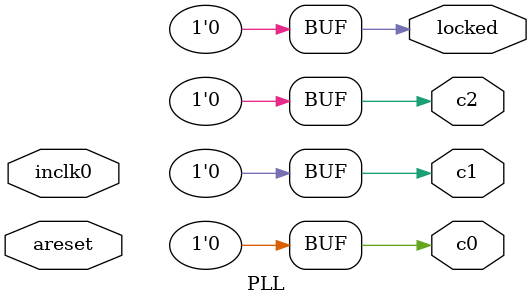
<source format=v>
module PLL(	// file.cleaned.mlir:2:3
  input  areset,	// file.cleaned.mlir:2:21
         inclk0,	// file.cleaned.mlir:2:38
  output c0,	// file.cleaned.mlir:2:56
         c1,	// file.cleaned.mlir:2:69
         c2,	// file.cleaned.mlir:2:82
         locked	// file.cleaned.mlir:2:95
);

  assign c0 = 1'h0;	// file.cleaned.mlir:3:14, :4:5
  assign c1 = 1'h0;	// file.cleaned.mlir:3:14, :4:5
  assign c2 = 1'h0;	// file.cleaned.mlir:3:14, :4:5
  assign locked = 1'h0;	// file.cleaned.mlir:3:14, :4:5
endmodule


</source>
